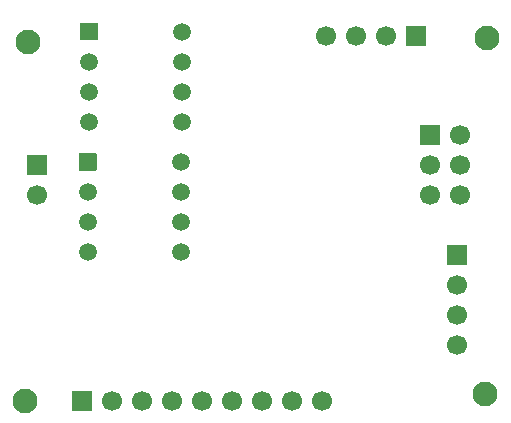
<source format=gbr>
%TF.GenerationSoftware,KiCad,Pcbnew,9.0.4*%
%TF.CreationDate,2025-11-20T06:57:18+02:00*%
%TF.ProjectId,test_5,74657374-5f35-42e6-9b69-6361645f7063,rev?*%
%TF.SameCoordinates,Original*%
%TF.FileFunction,Soldermask,Bot*%
%TF.FilePolarity,Negative*%
%FSLAX46Y46*%
G04 Gerber Fmt 4.6, Leading zero omitted, Abs format (unit mm)*
G04 Created by KiCad (PCBNEW 9.0.4) date 2025-11-20 06:57:18*
%MOMM*%
%LPD*%
G01*
G04 APERTURE LIST*
%ADD10C,2.100000*%
%ADD11C,1.512000*%
%ADD12R,1.700000X1.700000*%
%ADD13C,1.700000*%
G04 APERTURE END LIST*
D10*
%TO.C,H3*%
X104267000Y-101346000D03*
%TD*%
%TO.C,U1*%
G36*
G01*
X69860000Y-101492000D02*
X69860000Y-100184000D01*
G75*
G02*
X69962000Y-100082000I102000J0D01*
G01*
X71270000Y-100082000D01*
G75*
G02*
X71372000Y-100184000I0J-102000D01*
G01*
X71372000Y-101492000D01*
G75*
G02*
X71270000Y-101594000I-102000J0D01*
G01*
X69962000Y-101594000D01*
G75*
G02*
X69860000Y-101492000I0J102000D01*
G01*
G37*
D11*
X70616000Y-103378000D03*
X70616000Y-105918000D03*
X70616000Y-108458000D03*
X78486000Y-108458000D03*
X78486000Y-105918000D03*
X78486000Y-103378000D03*
X78486000Y-100838000D03*
%TD*%
D10*
%TO.C,H4*%
X104140000Y-131500000D03*
%TD*%
D12*
%TO.C,J4*%
X99441000Y-109601000D03*
D13*
X101981000Y-109601000D03*
X99441000Y-112141000D03*
X101981000Y-112141000D03*
X99441000Y-114681000D03*
X101981000Y-114681000D03*
%TD*%
D12*
%TO.C,J1*%
X101727000Y-119761000D03*
D13*
X101727000Y-122301000D03*
X101727000Y-124841000D03*
X101727000Y-127381000D03*
%TD*%
D10*
%TO.C,H2*%
X65151000Y-132080000D03*
%TD*%
D12*
%TO.C,J3*%
X69977000Y-132080000D03*
D13*
X72517000Y-132080000D03*
X75057000Y-132080000D03*
X77597000Y-132080000D03*
X80137000Y-132080000D03*
X82677000Y-132080000D03*
X85217000Y-132080000D03*
X87757000Y-132080000D03*
X90297000Y-132080000D03*
%TD*%
D12*
%TO.C,J2*%
X98298000Y-101219000D03*
D13*
X95758000Y-101219000D03*
X93218000Y-101219000D03*
X90678000Y-101219000D03*
%TD*%
D10*
%TO.C,H1*%
X65405000Y-101727000D03*
%TD*%
D12*
%TO.C,BT1*%
X66167000Y-112141000D03*
D13*
X66167000Y-114681000D03*
%TD*%
%TO.C,U2*%
G36*
G01*
X69733000Y-112541000D02*
X69733000Y-111233000D01*
G75*
G02*
X69835000Y-111131000I102000J0D01*
G01*
X71143000Y-111131000D01*
G75*
G02*
X71245000Y-111233000I0J-102000D01*
G01*
X71245000Y-112541000D01*
G75*
G02*
X71143000Y-112643000I-102000J0D01*
G01*
X69835000Y-112643000D01*
G75*
G02*
X69733000Y-112541000I0J102000D01*
G01*
G37*
D11*
X70489000Y-114427000D03*
X70489000Y-116967000D03*
X70489000Y-119507000D03*
X78359000Y-119507000D03*
X78359000Y-116967000D03*
X78359000Y-114427000D03*
X78359000Y-111887000D03*
%TD*%
M02*

</source>
